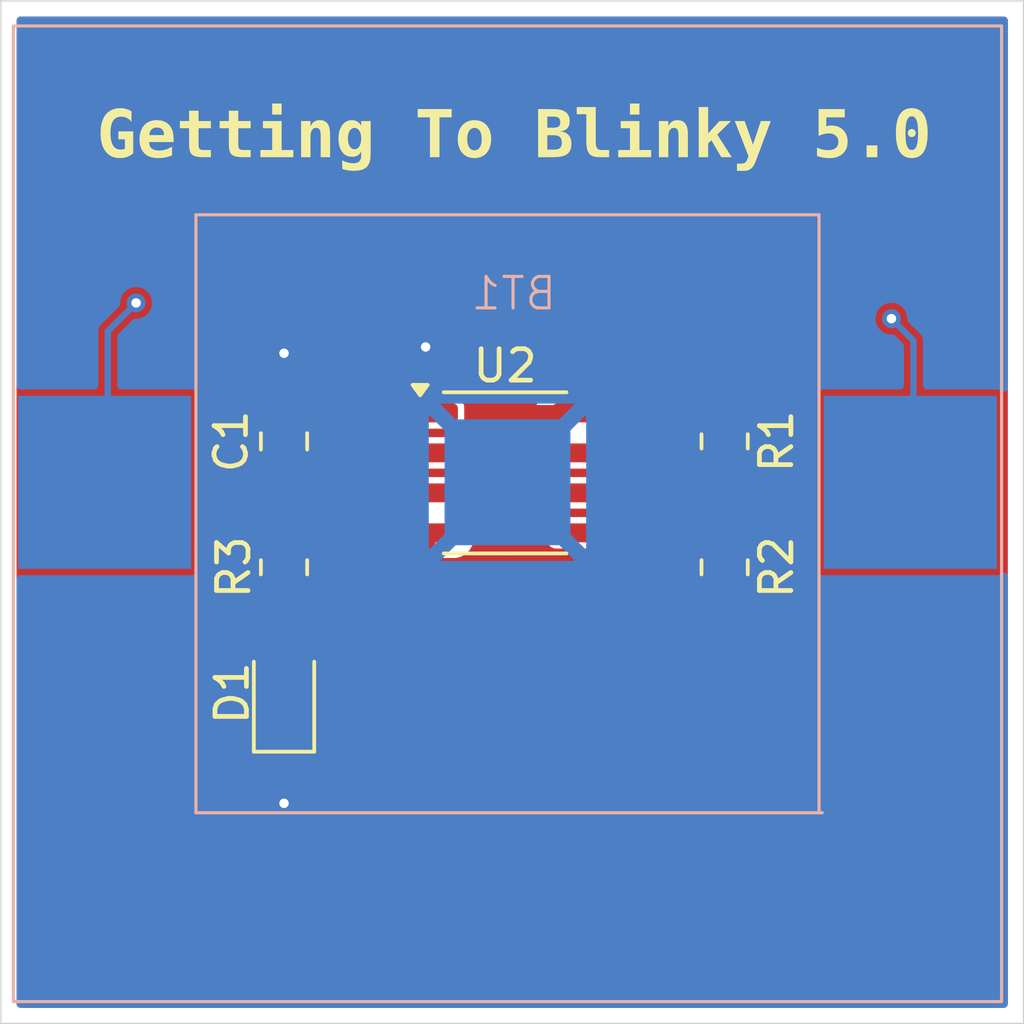
<source format=kicad_pcb>
(kicad_pcb (version 20241229) (generator "pcbnew") (generator_version "9.0")
  (layers (0 "F.Cu" signal) (2 "B.Cu" signal) (13 "F.Paste" user) (15 "B.Paste" user) (5 "F.SilkS" user "F.Silkscreen") (7 "B.SilkS" user "B.Silkscreen") (1 "F.Mask" user) (3 "B.Mask" user) (25 "Edge.Cuts" user))
  (net 0 "")
  (net 1 "GND")
  (net 2 "/VDD")
  (net 3 "Net-(U2-THR)")
  (net 4 "Net-(D1-A)")
  (net 5 "Net-(U2-DIS)")
  (net 6 "Net-(U2-OUT)")
  (footprint "Resistor_SMD:R_0805_2012Metric_Pad1.20x1.40mm_HandSolder" (layer "F.Cu") (at 142.9 96.5 -90)
    (property "Reference" "R3" (at 0 1.6 90) (layer "F.SilkS"))
    (property "Value" "1K")
    (fp_line (start -0.227064 0.735) (end 0.227064 0.735) (stroke (width 0.12)) (layer "F.SilkS"))
    (fp_line (start -0.227064 -0.735) (end 0.227064 -0.735) (stroke (width 0.12)) (layer "F.SilkS"))
    (pad "1" smd roundrect (at -1 0 270) (size 1.2 1.4) (layers "F.Cu" "F.Mask" "F.Paste") (roundrect_rratio 0.208333) (net 6 "Net-(U2-OUT)"))
    (pad "2" smd roundrect (at 1 0 270) (size 1.2 1.4) (layers "F.Cu" "F.Mask" "F.Paste") (roundrect_rratio 0.208333) (net 4 "Net-(D1-A)"))
  )
  (footprint "Resistor_SMD:R_0805_2012Metric_Pad1.20x1.40mm_HandSolder" (layer "F.Cu") (at 156.9 92.5 -90)
    (property "Reference" "R1" (at 0 -1.65 90) (layer "F.SilkS"))
    (property "Value" "1K")
    (fp_line (start -0.227064 0.735) (end 0.227064 0.735) (stroke (width 0.12)) (layer "F.SilkS"))
    (fp_line (start -0.227064 -0.735) (end 0.227064 -0.735) (stroke (width 0.12)) (layer "F.SilkS"))
    (pad "1" smd roundrect (at -1 0 270) (size 1.2 1.4) (layers "F.Cu" "F.Mask" "F.Paste") (roundrect_rratio 0.208333) (net 2 "/VDD"))
    (pad "2" smd roundrect (at 1 0 270) (size 1.2 1.4) (layers "F.Cu" "F.Mask" "F.Paste") (roundrect_rratio 0.208333) (net 5 "Net-(U2-DIS)"))
  )
  (footprint "Package_SO:SOIC-8_3.9x4.9mm_P1.27mm" (layer "F.Cu") (at 149.925 93.5)
    (property "Reference" "U2" (at 0 -3.4 0) (layer "F.SilkS"))
    (property "Value" "7555")
    (fp_line (start 0 -2.56) (end -1.95 -2.56) (stroke (width 0.12)) (layer "F.SilkS"))
    (fp_line (start 0 -2.56) (end 1.95 -2.56) (stroke (width 0.12)) (layer "F.SilkS"))
    (fp_line (start 0 2.56) (end -1.95 2.56) (stroke (width 0.12)) (layer "F.SilkS"))
    (fp_line (start 0 2.56) (end 1.95 2.56) (stroke (width 0.12)) (layer "F.SilkS"))
    (fp_poly (pts (xy -2.7 -2.465) (xy -2.94 -2.795) (xy -2.46 -2.795)) (stroke (width 0.12)) (fill yes) (layer "F.SilkS"))
    (pad "1" smd roundrect (at -2.475 -1.905) (size 1.95 0.6) (layers "F.Cu" "F.Mask" "F.Paste") (net 1 "GND"))
    (pad "2" smd roundrect (at -2.475 -0.635) (size 1.95 0.6) (layers "F.Cu" "F.Mask" "F.Paste") (net 3 "Net-(U2-THR)"))
    (pad "3" smd roundrect (at -2.475 0.635) (size 1.95 0.6) (layers "F.Cu" "F.Mask" "F.Paste") (net 6 "Net-(U2-OUT)"))
    (pad "4" smd roundrect (at -2.475 1.905) (size 1.95 0.6) (layers "F.Cu" "F.Mask" "F.Paste") (net 2 "/VDD"))
    (pad "5" smd roundrect (at 2.475 1.905) (size 1.95 0.6) (layers "F.Cu" "F.Mask" "F.Paste"))
    (pad "6" smd roundrect (at 2.475 0.635) (size 1.95 0.6) (layers "F.Cu" "F.Mask" "F.Paste") (net 3 "Net-(U2-THR)"))
    (pad "7" smd roundrect (at 2.475 -0.635) (size 1.95 0.6) (layers "F.Cu" "F.Mask" "F.Paste") (net 5 "Net-(U2-DIS)"))
    (pad "8" smd roundrect (at 2.475 -1.905) (size 1.95 0.6) (layers "F.Cu" "F.Mask" "F.Paste") (net 2 "/VDD"))
  )
  (footprint "Resistor_SMD:R_0805_2012Metric_Pad1.20x1.40mm_HandSolder" (layer "F.Cu") (at 156.9 96.5 -90)
    (property "Reference" "R2" (at 0 -1.65 90) (layer "F.SilkS"))
    (property "Value" "470K")
    (fp_line (start -0.227064 0.735) (end 0.227064 0.735) (stroke (width 0.12)) (layer "F.SilkS"))
    (fp_line (start -0.227064 -0.735) (end 0.227064 -0.735) (stroke (width 0.12)) (layer "F.SilkS"))
    (pad "1" smd roundrect (at -1 0 270) (size 1.2 1.4) (layers "F.Cu" "F.Mask" "F.Paste") (roundrect_rratio 0.208333) (net 5 "Net-(U2-DIS)"))
    (pad "2" smd roundrect (at 1 0 270) (size 1.2 1.4) (layers "F.Cu" "F.Mask" "F.Paste") (roundrect_rratio 0.208333) (net 3 "Net-(U2-THR)"))
  )
  (footprint "LED_SMD:LED_0805_2012Metric_Pad1.15x1.40mm_HandSolder" (layer "F.Cu") (at 142.9 100.5 90)
    (property "Reference" "D1" (at 0 -1.65 90) (layer "F.SilkS"))
    (property "Value" "LED")
    (fp_line (start 1 -0.96) (end -1.86 -0.96) (stroke (width 0.12)) (layer "F.SilkS"))
    (fp_line (start -1.86 -0.96) (end -1.86 0.96) (stroke (width 0.12)) (layer "F.SilkS"))
    (fp_line (start -1.86 0.96) (end 1 0.96) (stroke (width 0.12)) (layer "F.SilkS"))
    (pad "1" smd roundrect (at -1.025 0 90) (size 1.15 1.4) (layers "F.Cu" "F.Mask" "F.Paste") (roundrect_rratio 0.217391) (net 1 "GND"))
    (pad "2" smd roundrect (at 1.025 0 90) (size 1.15 1.4) (layers "F.Cu" "F.Mask" "F.Paste") (roundrect_rratio 0.217391) (net 4 "Net-(D1-A)"))
  )
  (footprint "Capacitor_SMD:C_0805_2012Metric" (layer "F.Cu") (at 142.9 92.5 90)
    (property "Reference" "C1" (at 0 -1.68 90) (layer "F.SilkS"))
    (property "Value" "1uF")
    (fp_line (start -0.261252 -0.735) (end 0.261252 -0.735) (stroke (width 0.12)) (layer "F.SilkS"))
    (fp_line (start -0.261252 0.735) (end 0.261252 0.735) (stroke (width 0.12)) (layer "F.SilkS"))
    (pad "1" smd roundrect (at -0.95 0 90) (size 1 1.45) (layers "F.Cu" "F.Mask" "F.Paste") (net 3 "Net-(U2-THR)"))
    (pad "2" smd roundrect (at 0.95 0 90) (size 1 1.45) (layers "F.Cu" "F.Mask" "F.Paste") (net 1 "GND"))
  )
  (footprint "BT1:S8211-46R" (layer "B.Cu") (at 150 93.8 180)
    (property "Reference" "BT1" (at -0.2 6 0) (layer "B.SilkS") (effects (font (thickness 0.1)) (justify mirror)))
    (property "Value" "9V" (hide yes))
    (fp_line (start 15.7 14.5) (end 15.5 14.5) (stroke (width 0.1)) (layer "B.SilkS"))
    (fp_line (start 15.7 -16.5) (end 15.7 14.5) (stroke (width 0.1)) (layer "B.SilkS"))
    (fp_line (start 15.5 14.5) (end -15.5 14.5) (stroke (width 0.1)) (layer "B.SilkS"))
    (fp_line (start 9.9 8.5) (end -9.9 8.5) (stroke (width 0.1)) (layer "B.SilkS"))
    (fp_line (start 9.9 -2) (end 9.9 8.5) (stroke (width 0.1)) (layer "B.SilkS"))
    (fp_line (start 9.9 -10.5) (end 9.9 -2) (stroke (width 0.1)) (layer "B.SilkS"))
    (fp_line (start -9.9 8.5) (end -9.9 -10.5) (stroke (width 0.1)) (layer "B.SilkS"))
    (fp_line (start -10 -10.5) (end 9.9 -10.5) (stroke (width 0.1)) (layer "B.SilkS"))
    (fp_line (start -15.5 14.5) (end -15.7 14.5) (stroke (width 0.1)) (layer "B.SilkS"))
    (fp_line (start -15.5 -16.5) (end 15.7 -16.5) (stroke (width 0.1)) (layer "B.SilkS"))
    (fp_line (start -15.5 -16.5) (end -15.7 -16.5) (stroke (width 0.1)) (layer "B.SilkS"))
    (fp_line (start -15.7 14.5) (end -15.7 -16.5) (stroke (width 0.1)) (layer "B.SilkS"))
    (pad "1" smd rect (at -12.8 0 180) (size 5.5 5.5) (layers "B.Cu" "B.Mask" "B.Paste") (net 2 "/VDD"))
    (pad "1" smd trapezoid (at 12.8 0 180) (size 5.5 5.5) (layers "B.Cu" "B.Mask" "B.Paste") (net 2 "/VDD"))
    (pad "2" smd rect (at 0 0 90) (size 4 4) (layers "B.Cu" "B.Mask" "B.Paste") (net 1 "GND"))
  )
  (gr_line (start 133.9 111) (end 166.4 111) (stroke (width 0.05)) (layer "Edge.Cuts"))
  (gr_line (start 133.9 78.5) (end 133.9 111) (stroke (width 0.05)) (layer "Edge.Cuts"))
  (gr_line (start 166.4 78.5) (end 133.9 78.5) (stroke (width 0.05)) (layer "Edge.Cuts"))
  (gr_line (start 166.4 111) (end 166.4 78.5) (stroke (width 0.05)) (layer "Edge.Cuts"))
  (gr_text "Getting To Blinky 5.0" (at 136.95 83.725 0) (layer "F.SilkS") (effects (font (size 1.5 1.5) (thickness 0.2) (bold yes) (italic yes)) (justify left bottom)))
  (segment (start 147.405 91.55) (end 147.45 91.595) (width 0.2) (layer "F.Cu") (net 1))
  (segment (start 147.45 91.595) (end 147.45 89.55) (width 0.2) (layer "F.Cu") (net 1))
  (segment (start 142.9 101.525) (end 142.9 104) (width 0.2) (layer "F.Cu") (net 1))
  (segment (start 142.9 91.55) (end 142.9 89.7) (width 0.2) (layer "F.Cu") (net 1))
  (segment (start 147.45 89.55) (end 147.4 89.5) (width 0.2) (layer "F.Cu") (net 1))
  (via (at 142.9 104) (size 0.6) (drill 0.3) (layers "F.Cu" "B.Cu") (net 1))
  (via (at 147.4 89.5) (size 0.6) (drill 0.3) (layers "F.Cu" "B.Cu") (net 1))
  (via (at 142.9 89.7) (size 0.6) (drill 0.3) (layers "F.Cu" "B.Cu") (net 1))
  (via (at 162.2 88.6) (size 0.6) (drill 0.3) (layers "F.Cu" "B.Cu") (net 2))
  (via (at 138.2 88.1) (size 0.6) (drill 0.3) (layers "F.Cu" "B.Cu") (net 2))
  (segment (start 162.9 93.5) (end 162.9 89.3) (width 0.2) (layer "B.Cu") (net 2))
  (segment (start 162.9 89.3) (end 162.2 88.6) (width 0.2) (layer "B.Cu") (net 2))
  (segment (start 137.3 93.5) (end 137.3 89) (width 0.2) (layer "B.Cu") (net 2))
  (segment (start 137.3 89) (end 138.2 88.1) (width 0.2) (layer "B.Cu") (net 2))
  (segment (start 145.135 92.865) (end 147.45 92.865) (width 0.2) (layer "F.Cu") (net 3))
  (segment (start 152.4 94.135) (end 153.635 94.135) (width 0.2) (layer "F.Cu") (net 3))
  (segment (start 144.55 93.45) (end 145.135 92.865) (width 0.2) (layer "F.Cu") (net 3))
  (segment (start 151.425001 94.135) (end 150.155001 92.865) (width 0.2) (layer "F.Cu") (net 3))
  (segment (start 154.9 96.8) (end 155.6 97.5) (width 0.2) (layer "F.Cu") (net 3))
  (segment (start 150.155001 92.865) (end 147.45 92.865) (width 0.2) (layer "F.Cu") (net 3))
  (segment (start 155.6 97.5) (end 156.9 97.5) (width 0.2) (layer "F.Cu") (net 3))
  (segment (start 142.9 93.45) (end 144.55 93.45) (width 0.2) (layer "F.Cu") (net 3))
  (segment (start 154.9 95.4) (end 154.9 96.8) (width 0.2) (layer "F.Cu") (net 3))
  (segment (start 152.4 94.135) (end 151.425001 94.135) (width 0.2) (layer "F.Cu") (net 3))
  (segment (start 153.635 94.135) (end 154.9 95.4) (width 0.2) (layer "F.Cu") (net 3))
  (segment (start 142.9 99.475) (end 142.9 97.5) (width 0.2) (layer "F.Cu") (net 4))
  (segment (start 154 93.5) (end 156.9 93.5) (width 0.2) (layer "F.Cu") (net 5))
  (segment (start 156.9 95.5) (end 156.9 93.5) (width 0.2) (layer "F.Cu") (net 5))
  (segment (start 152.4 92.865) (end 153.365 92.865) (width 0.2) (layer "F.Cu") (net 5))
  (segment (start 153.365 92.865) (end 154 93.5) (width 0.2) (layer "F.Cu") (net 5))
  (segment (start 142.9 95.5) (end 143.9 95.5) (width 0.2) (layer "F.Cu") (net 6))
  (segment (start 143.9 95.5) (end 145.265 94.135) (width 0.2) (layer "F.Cu") (net 6))
  (segment (start 145.265 94.135) (end 147.45 94.135) (width 0.2) (layer "F.Cu") (net 6))
  (zone (net 2) (net_name "/VDD") (layer "F.Cu") (name "VDD") (connect_pads (clearance 0)) (min_thickness 0.25) (fill yes (thermal_gap 0.5) (thermal_bridge_width 0.5))
    (polygon (pts (xy 133.9 78.5) (xy 166.4 78.5) (xy 166.4 111) (xy 133.9 111)))
  )
  (zone (net 1) (net_name "GND") (layer "B.Cu") (name "GND") (priority 1) (connect_pads (clearance 0)) (min_thickness 0.25) (fill yes (thermal_gap 0.5) (thermal_bridge_width 0.5))
    (polygon (pts (xy 133.9 78.5) (xy 166.4 78.5) (xy 166.4 111) (xy 133.9 111)))
  )
)
</source>
